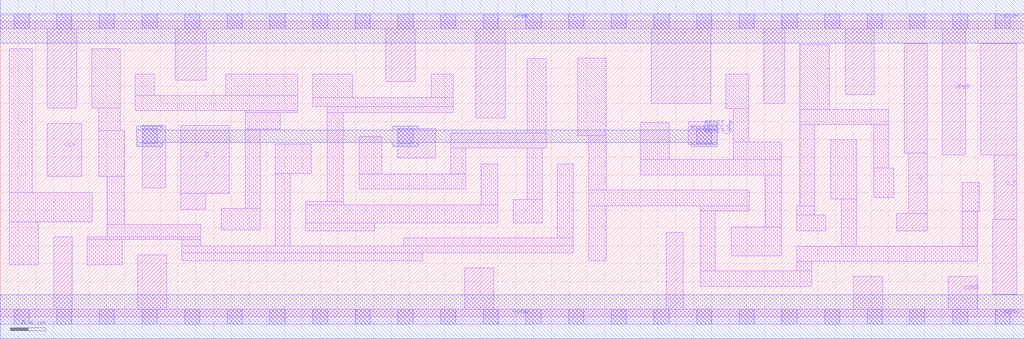
<source format=lef>
# Copyright 2020 The SkyWater PDK Authors
#
# Licensed under the Apache License, Version 2.0 (the "License");
# you may not use this file except in compliance with the License.
# You may obtain a copy of the License at
#
#     https://www.apache.org/licenses/LICENSE-2.0
#
# Unless required by applicable law or agreed to in writing, software
# distributed under the License is distributed on an "AS IS" BASIS,
# WITHOUT WARRANTIES OR CONDITIONS OF ANY KIND, either express or implied.
# See the License for the specific language governing permissions and
# limitations under the License.
#
# SPDX-License-Identifier: Apache-2.0

VERSION 5.7 ;
  NAMESCASESENSITIVE ON ;
  NOWIREEXTENSIONATPIN ON ;
  DIVIDERCHAR "/" ;
  BUSBITCHARS "[]" ;
UNITS
  DATABASE MICRONS 200 ;
END UNITS
MACRO sky130_fd_sc_lp__dfrbp_1
  CLASS CORE ;
  SOURCE USER ;
  FOREIGN sky130_fd_sc_lp__dfrbp_1 ;
  ORIGIN  0.000000  0.000000 ;
  SIZE  11.52000 BY  3.330000 ;
  SYMMETRY R90 ;
  SITE unit ;
  PIN D
    ANTENNAGATEAREA  0.126000 ;
    DIRECTION INPUT ;
    USE SIGNAL ;
    PORT
      LAYER li1 ;
        RECT 2.030000 1.210000 2.315000 1.390000 ;
        RECT 2.030000 1.390000 2.575000 2.155000 ;
    END
  END D
  PIN Q
    ANTENNADIFFAREA  0.573300 ;
    DIRECTION OUTPUT ;
    USE SIGNAL ;
    PORT
      LAYER li1 ;
        RECT 10.090000 0.965000 10.430000 1.165000 ;
        RECT 10.170000 1.845000 10.430000 3.075000 ;
        RECT 10.225000 1.165000 10.430000 1.845000 ;
    END
  END Q
  PIN Q_N
    ANTENNADIFFAREA  0.581700 ;
    DIRECTION OUTPUT ;
    USE SIGNAL ;
    PORT
      LAYER li1 ;
        RECT 11.035000 1.820000 11.435000 3.075000 ;
        RECT 11.165000 0.255000 11.435000 1.095000 ;
        RECT 11.185000 1.095000 11.435000 1.820000 ;
    END
  END Q_N
  PIN RESET_B
    ANTENNAGATEAREA  0.378000 ;
    DIRECTION INPUT ;
    USE SIGNAL ;
    PORT
      LAYER li1 ;
        RECT 1.595000 1.450000 1.860000 2.155000 ;
        RECT 4.475000 1.790000 4.900000 2.120000 ;
        RECT 7.740000 1.940000 8.070000 2.200000 ;
      LAYER mcon ;
        RECT 1.595000 1.950000 1.765000 2.120000 ;
        RECT 4.475000 1.950000 4.645000 2.120000 ;
        RECT 7.835000 1.950000 8.005000 2.120000 ;
      LAYER met1 ;
        RECT 1.535000 1.920000 1.825000 1.965000 ;
        RECT 1.535000 1.965000 8.065000 2.105000 ;
        RECT 1.535000 2.105000 1.825000 2.150000 ;
        RECT 4.415000 1.920000 4.705000 1.965000 ;
        RECT 4.415000 2.105000 4.705000 2.150000 ;
        RECT 7.775000 1.920000 8.065000 1.965000 ;
        RECT 7.775000 2.105000 8.065000 2.150000 ;
    END
  END RESET_B
  PIN CLK
    ANTENNAGATEAREA  0.159000 ;
    DIRECTION INPUT ;
    USE CLOCK ;
    PORT
      LAYER li1 ;
        RECT 0.530000 1.580000 0.915000 2.180000 ;
    END
  END CLK
  PIN VGND
    DIRECTION INOUT ;
    USE GROUND ;
    PORT
      LAYER li1 ;
        RECT  0.000000 -0.085000 11.520000 0.085000 ;
        RECT  0.600000  0.085000  0.810000 0.900000 ;
        RECT  1.545000  0.085000  1.875000 0.700000 ;
        RECT  5.225000  0.085000  5.555000 0.550000 ;
        RECT  7.495000  0.085000  7.685000 0.950000 ;
        RECT  9.600000  0.085000  9.930000 0.455000 ;
        RECT 10.665000  0.085000 10.995000 0.455000 ;
      LAYER mcon ;
        RECT  0.155000 -0.085000  0.325000 0.085000 ;
        RECT  0.635000 -0.085000  0.805000 0.085000 ;
        RECT  1.115000 -0.085000  1.285000 0.085000 ;
        RECT  1.595000 -0.085000  1.765000 0.085000 ;
        RECT  2.075000 -0.085000  2.245000 0.085000 ;
        RECT  2.555000 -0.085000  2.725000 0.085000 ;
        RECT  3.035000 -0.085000  3.205000 0.085000 ;
        RECT  3.515000 -0.085000  3.685000 0.085000 ;
        RECT  3.995000 -0.085000  4.165000 0.085000 ;
        RECT  4.475000 -0.085000  4.645000 0.085000 ;
        RECT  4.955000 -0.085000  5.125000 0.085000 ;
        RECT  5.435000 -0.085000  5.605000 0.085000 ;
        RECT  5.915000 -0.085000  6.085000 0.085000 ;
        RECT  6.395000 -0.085000  6.565000 0.085000 ;
        RECT  6.875000 -0.085000  7.045000 0.085000 ;
        RECT  7.355000 -0.085000  7.525000 0.085000 ;
        RECT  7.835000 -0.085000  8.005000 0.085000 ;
        RECT  8.315000 -0.085000  8.485000 0.085000 ;
        RECT  8.795000 -0.085000  8.965000 0.085000 ;
        RECT  9.275000 -0.085000  9.445000 0.085000 ;
        RECT  9.755000 -0.085000  9.925000 0.085000 ;
        RECT 10.235000 -0.085000 10.405000 0.085000 ;
        RECT 10.715000 -0.085000 10.885000 0.085000 ;
        RECT 11.195000 -0.085000 11.365000 0.085000 ;
      LAYER met1 ;
        RECT 0.000000 -0.245000 11.520000 0.245000 ;
    END
  END VGND
  PIN VPWR
    DIRECTION INOUT ;
    USE POWER ;
    PORT
      LAYER li1 ;
        RECT  0.000000 3.245000 11.520000 3.415000 ;
        RECT  0.530000 2.350000  0.860000 3.245000 ;
        RECT  1.970000 2.665000  2.320000 3.245000 ;
        RECT  4.340000 2.650000  4.670000 3.245000 ;
        RECT  5.350000 2.240000  5.680000 3.245000 ;
        RECT  7.325000 2.405000  7.995000 3.245000 ;
        RECT  8.590000 2.405000  8.825000 3.245000 ;
        RECT  9.505000 2.505000  9.835000 3.245000 ;
        RECT 10.600000 1.820000 10.865000 3.245000 ;
      LAYER mcon ;
        RECT  0.155000 3.245000  0.325000 3.415000 ;
        RECT  0.635000 3.245000  0.805000 3.415000 ;
        RECT  1.115000 3.245000  1.285000 3.415000 ;
        RECT  1.595000 3.245000  1.765000 3.415000 ;
        RECT  2.075000 3.245000  2.245000 3.415000 ;
        RECT  2.555000 3.245000  2.725000 3.415000 ;
        RECT  3.035000 3.245000  3.205000 3.415000 ;
        RECT  3.515000 3.245000  3.685000 3.415000 ;
        RECT  3.995000 3.245000  4.165000 3.415000 ;
        RECT  4.475000 3.245000  4.645000 3.415000 ;
        RECT  4.955000 3.245000  5.125000 3.415000 ;
        RECT  5.435000 3.245000  5.605000 3.415000 ;
        RECT  5.915000 3.245000  6.085000 3.415000 ;
        RECT  6.395000 3.245000  6.565000 3.415000 ;
        RECT  6.875000 3.245000  7.045000 3.415000 ;
        RECT  7.355000 3.245000  7.525000 3.415000 ;
        RECT  7.835000 3.245000  8.005000 3.415000 ;
        RECT  8.315000 3.245000  8.485000 3.415000 ;
        RECT  8.795000 3.245000  8.965000 3.415000 ;
        RECT  9.275000 3.245000  9.445000 3.415000 ;
        RECT  9.755000 3.245000  9.925000 3.415000 ;
        RECT 10.235000 3.245000 10.405000 3.415000 ;
        RECT 10.715000 3.245000 10.885000 3.415000 ;
        RECT 11.195000 3.245000 11.365000 3.415000 ;
      LAYER met1 ;
        RECT 0.000000 3.085000 11.520000 3.575000 ;
    END
  END VPWR
  OBS
    LAYER li1 ;
      RECT  0.100000 0.585000  0.430000 1.070000 ;
      RECT  0.100000 1.070000  1.035000 1.400000 ;
      RECT  0.100000 1.400000  0.360000 3.020000 ;
      RECT  0.980000 0.585000  1.375000 0.870000 ;
      RECT  0.980000 0.870000  2.255000 0.900000 ;
      RECT  1.030000 2.350000  1.350000 3.020000 ;
      RECT  1.110000 1.580000  1.395000 2.100000 ;
      RECT  1.110000 2.100000  1.350000 2.350000 ;
      RECT  1.205000 0.900000  2.255000 1.040000 ;
      RECT  1.205000 1.040000  1.395000 1.580000 ;
      RECT  1.520000 2.325000  3.345000 2.495000 ;
      RECT  1.520000 2.495000  1.730000 2.735000 ;
      RECT  2.045000 0.630000  4.755000 0.720000 ;
      RECT  2.045000 0.720000  6.450000 0.800000 ;
      RECT  2.045000 0.800000  2.255000 0.870000 ;
      RECT  2.485000 0.980000  2.925000 1.220000 ;
      RECT  2.540000 2.495000  3.345000 2.735000 ;
      RECT  2.755000 1.220000  2.925000 2.115000 ;
      RECT  2.755000 2.115000  3.150000 2.300000 ;
      RECT  2.755000 2.300000  3.345000 2.325000 ;
      RECT  3.095000 0.800000  3.265000 1.615000 ;
      RECT  3.095000 1.615000  3.500000 1.945000 ;
      RECT  3.435000 0.970000  4.215000 1.060000 ;
      RECT  3.435000 1.060000  5.600000 1.260000 ;
      RECT  3.435000 1.260000  3.860000 1.300000 ;
      RECT  3.515000 2.370000  5.095000 2.470000 ;
      RECT  3.515000 2.470000  3.965000 2.735000 ;
      RECT  3.680000 1.300000  3.860000 2.300000 ;
      RECT  3.680000 2.300000  5.095000 2.370000 ;
      RECT  4.040000 1.440000  5.240000 1.610000 ;
      RECT  4.040000 1.610000  4.295000 2.030000 ;
      RECT  4.540000 0.800000  6.450000 0.890000 ;
      RECT  4.850000 2.470000  5.095000 2.735000 ;
      RECT  5.070000 1.610000  5.240000 1.900000 ;
      RECT  5.070000 1.900000  6.145000 2.070000 ;
      RECT  5.410000 1.260000  5.600000 1.720000 ;
      RECT  5.770000 1.060000  6.100000 1.320000 ;
      RECT  5.930000 1.320000  6.100000 1.900000 ;
      RECT  5.930000 2.070000  6.145000 2.910000 ;
      RECT  6.270000 0.890000  6.450000 1.720000 ;
      RECT  6.500000 2.040000  6.820000 2.915000 ;
      RECT  6.620000 0.630000  6.820000 1.250000 ;
      RECT  6.620000 1.250000  8.430000 1.430000 ;
      RECT  6.620000 1.430000  6.820000 2.040000 ;
      RECT  7.200000 1.600000  8.790000 1.770000 ;
      RECT  7.200000 1.770000  7.530000 2.190000 ;
      RECT  7.875000 0.345000  9.130000 0.515000 ;
      RECT  7.875000 0.515000  8.045000 1.190000 ;
      RECT  7.875000 1.190000  8.430000 1.250000 ;
      RECT  8.165000 2.345000  8.420000 2.735000 ;
      RECT  8.225000 0.685000  8.790000 1.015000 ;
      RECT  8.250000 1.770000  8.790000 1.970000 ;
      RECT  8.250000 1.970000  8.420000 2.345000 ;
      RECT  8.610000 1.015000  8.790000 1.600000 ;
      RECT  8.960000 0.515000  9.130000 0.625000 ;
      RECT  8.960000 0.625000 10.995000 0.795000 ;
      RECT  8.960000 0.965000  9.290000 1.145000 ;
      RECT  8.960000 1.145000  9.165000 1.250000 ;
      RECT  8.995000 1.250000  9.165000 2.165000 ;
      RECT  8.995000 2.165000 10.000000 2.335000 ;
      RECT  8.995000 2.335000  9.325000 3.065000 ;
      RECT  9.345000 1.325000  9.640000 1.995000 ;
      RECT  9.460000 0.795000  9.640000 1.325000 ;
      RECT  9.830000 1.345000 10.055000 1.675000 ;
      RECT  9.830000 1.675000 10.000000 2.165000 ;
      RECT 10.825000 0.795000 10.995000 1.185000 ;
      RECT 10.825000 1.185000 11.015000 1.515000 ;
  END
END sky130_fd_sc_lp__dfrbp_1

</source>
